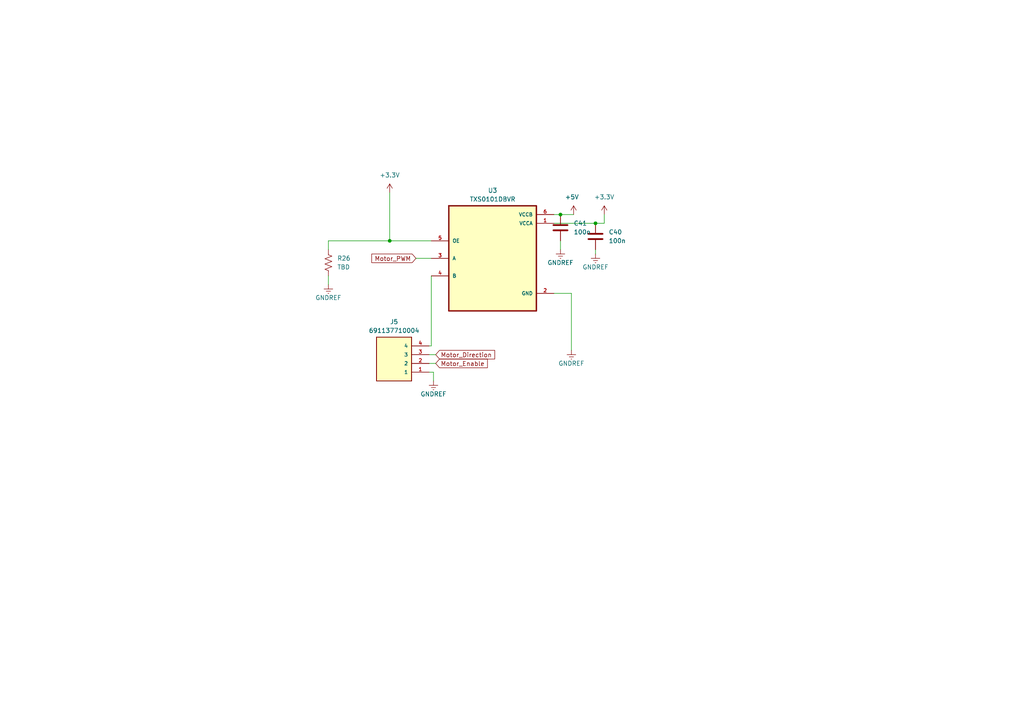
<source format=kicad_sch>
(kicad_sch (version 20230121) (generator eeschema)
  (paper "A4")
  (lib_symbols
    (symbol "Device:C" (pin_numbers hide) (pin_names (offset 0.254))
      (property "Reference" "C" (at 0.635 2.54 0))
      (property "Value" "C" (at 0.635 -2.54 0))
      (symbol "C_0_1"
        (polyline (pts (xy -2.032 -0.762) (xy 2.032 -0.762)) (stroke (width 0.508)))
        (polyline (pts (xy -2.032 0.762) (xy 2.032 0.762)) (stroke (width 0.508)))
      )
      (symbol "C_1_1"
        (pin passive line (at 0 3.81 270) (length 2.794) (name "~") (number "1"))
        (pin passive line (at 0 -3.81 90) (length 2.794) (name "~") (number "2"))
      )
    )
    (symbol "Device:R_US" (pin_numbers hide) (pin_names (offset 0))
      (property "Reference" "R" (at 2.54 0 90))
      (property "Value" "R_US" (at -2.54 0 90))
      (symbol "R_US_0_1"
        (polyline (pts (xy 0 -2.286) (xy 0 -2.54)))
        (polyline (pts (xy 0 2.286) (xy 0 2.54)))
        (polyline (pts (xy 0 -0.762) (xy 1.016 -1.143) (xy 0 -1.524) (xy -1.016 -1.905) (xy 0 -2.286)))
        (polyline (pts (xy 0 0.762) (xy 1.016 0.381) (xy 0 0) (xy -1.016 -0.381) (xy 0 -0.762)))
        (polyline (pts (xy 0 2.286) (xy 1.016 1.905) (xy 0 1.524) (xy -1.016 1.143) (xy 0 0.762)))
      )
      (symbol "R_US_1_1"
        (pin passive line (at 0 3.81 270) (length 1.27) (name "~") (number "1"))
        (pin passive line (at 0 -3.81 90) (length 1.27) (name "~") (number "2"))
      )
    )
    (symbol "LevelShifter_Motor:TXS0101DBVR" (pin_names (offset 1.016))
      (property "Reference" "U" (at -12.7 16.24 0))
      (property "Value" "TXS0101DBVR" (at -12.7 -19.24 0))
      (symbol "TXS0101DBVR_0_0"
        (rectangle (start -12.7 -15.24) (end 12.7 15.24) (stroke (width 0.41)) (fill (type background)))
        (pin power_in line (at 17.78 10.16 180) (length 5.08) (name "VCCA") (number "1"))
        (pin power_in line (at 17.78 -10.16 180) (length 5.08) (name "GND") (number "2"))
        (pin bidirectional line (at -17.78 0 0) (length 5.08) (name "A") (number "3"))
        (pin bidirectional line (at -17.78 -5.08 0) (length 5.08) (name "B") (number "4"))
        (pin input line (at -17.78 5.08 0) (length 5.08) (name "OE") (number "5"))
        (pin power_in line (at 17.78 12.7 180) (length 5.08) (name "VCCB") (number "6"))
      )
    )
    (symbol "PWR_4POS:691137710004" (pin_names (offset 1.016))
      (property "Reference" "J" (at -5.08 5.842 0))
      (property "Value" "691137710004" (at -5.08 -10.16 0))
      (symbol "691137710004_0_0"
        (rectangle (start -5.08 -7.62) (end 5.08 5.08) (stroke (width 0.254)) (fill (type background)))
        (pin passive line (at -10.16 2.54 0) (length 5.08) (name "1") (number "1"))
        (pin passive line (at -10.16 0 0) (length 5.08) (name "2") (number "2"))
        (pin passive line (at -10.16 -2.54 0) (length 5.08) (name "3") (number "3"))
        (pin passive line (at -10.16 -5.08 0) (length 5.08) (name "4") (number "4"))
      )
    )
    (symbol "power:+3.3V" (power) (pin_names (offset 0))
      (property "Value" "+3.3V" (at 0 3.556 0))
      (symbol "+3.3V_0_1"
        (polyline (pts (xy -0.762 1.27) (xy 0 2.54)))
        (polyline (pts (xy 0 0) (xy 0 2.54)))
        (polyline (pts (xy 0 2.54) (xy 0.762 1.27)))
      )
      (symbol "+3.3V_1_1"
        (pin power_in line (at 0 0 90) (length 0) hide (name "+3.3V") (number "1"))
      )
    )
    (symbol "power:+5V" (power) (pin_names (offset 0))
      (property "Value" "+5V" (at 0 3.556 0))
      (symbol "+5V_0_1"
        (polyline (pts (xy -0.762 1.27) (xy 0 2.54)))
        (polyline (pts (xy 0 0) (xy 0 2.54)))
        (polyline (pts (xy 0 2.54) (xy 0.762 1.27)))
      )
      (symbol "+5V_1_1"
        (pin power_in line (at 0 0 90) (length 0) hide (name "+5V") (number "1"))
      )
    )
    (symbol "power:GNDREF" (power) (pin_names (offset 0))
      (property "Value" "GNDREF" (at 0 -3.81 0))
      (symbol "GNDREF_0_1"
        (polyline (pts (xy -0.635 -1.905) (xy 0.635 -1.905)))
        (polyline (pts (xy -0.127 -2.54) (xy 0.127 -2.54)))
        (polyline (pts (xy 0 -1.27) (xy 0 0)))
        (polyline (pts (xy 1.27 -1.27) (xy -1.27 -1.27)))
      )
      (symbol "GNDREF_1_1"
        (pin power_in line (at 0 0 270) (length 0) hide (name "GNDREF") (number "1"))
      )
    )
  )
  (junction (at 113.03 69.85))
  (junction (at 162.56 62.23))
  (junction (at 172.72 64.77))
  (wire (pts (xy 175.26 62.23) (xy 175.26 64.77)))
  (wire (pts (xy 113.03 55.88) (xy 113.03 69.85)))
  (wire (pts (xy 162.56 69.85) (xy 162.56 72.39)))
  (wire (pts (xy 124.46 107.95) (xy 125.73 107.95)))
  (wire (pts (xy 95.25 69.85) (xy 113.03 69.85)))
  (wire (pts (xy 120.65 74.93) (xy 125.095 74.93)))
  (wire (pts (xy 160.655 85.09) (xy 165.735 85.09)))
  (wire (pts (xy 125.095 80.01) (xy 125.095 100.33)))
  (wire (pts (xy 124.46 102.87) (xy 126.365 102.87)))
  (wire (pts (xy 95.25 72.39) (xy 95.25 69.85)))
  (wire (pts (xy 162.56 62.23) (xy 166.37 62.23)))
  (wire (pts (xy 165.735 85.09) (xy 165.735 101.6)))
  (wire (pts (xy 172.72 72.39) (xy 172.72 73.66)))
  (wire (pts (xy 125.095 100.33) (xy 124.46 100.33)))
  (wire (pts (xy 160.655 62.23) (xy 162.56 62.23)))
  (wire (pts (xy 172.72 64.77) (xy 160.655 64.77)))
  (wire (pts (xy 113.03 69.85) (xy 125.095 69.85)))
  (wire (pts (xy 95.25 80.01) (xy 95.25 82.55)))
  (wire (pts (xy 175.26 64.77) (xy 172.72 64.77)))
  (wire (pts (xy 124.46 105.41) (xy 126.365 105.41)))
  (wire (pts (xy 125.73 107.95) (xy 125.73 110.49)))
  (global_label "Motor_Direction" (shape input) (at 126.365 102.87 0) (property "Intersheetrefs" "${INTERSHEET_REFS}" (effects hide)))
  (global_label "Motor_PWM" (shape input) (at 120.65 74.93 180) (property "Intersheetrefs" "${INTERSHEET_REFS}" (effects hide)))
  (global_label "Motor_Enable" (shape input) (at 126.365 105.41 0) (property "Intersheetrefs" "${INTERSHEET_REFS}" (effects hide)))
  (symbol (lib_id "Device:C") (at 162.56 66.04 0) (unit 1)
    (property "Reference" "C41" (at 166.37 64.77 0) (effects (justify left)))
    (property "Value" "100n" (at 166.37 67.31 0) (effects (justify left)))
    (property "Footprint" "footprints:WCAP-CSGP_885012206026" (effects hide))
  )
  (symbol (lib_id "power:GNDREF") (at 125.73 110.49 0) (unit 1)
    (property "Reference" "#PWR075" (effects hide))
    (property "Value" "GNDREF" (at 125.73 114.3 0))
  )
  (symbol (lib_id "power:GNDREF") (at 95.25 82.55 0) (unit 1)
    (property "Reference" "#PWR076" (effects hide))
    (property "Value" "GNDREF" (at 95.25 86.36 0))
  )
  (symbol (lib_id "power:GNDREF") (at 172.72 73.66 0) (unit 1)
    (property "Reference" "#PWR077" (effects hide))
    (property "Value" "GNDREF" (at 172.72 77.47 0))
  )
  (symbol (lib_id "power:GNDREF") (at 165.735 101.6 0) (unit 1)
    (property "Reference" "#PWR074" (effects hide))
    (property "Value" "GNDREF" (at 165.735 105.41 0))
  )
  (symbol (lib_id "power:+5V") (at 166.37 62.23 0) (unit 1)
    (property "Reference" "#PWR061" (effects hide))
    (property "Value" "+5V" (at 163.83 57.15 0) (effects (justify left)))
  )
  (symbol (lib_id "power:GNDREF") (at 162.56 72.39 0) (unit 1)
    (property "Reference" "#PWR078" (effects hide))
    (property "Value" "GNDREF" (at 162.56 76.2 0))
  )
  (symbol (lib_id "Device:R_US") (at 95.25 76.2 0) (unit 1)
    (property "Reference" "R26" (at 97.79 74.93 0) (effects (justify left)))
    (property "Value" "TBD" (at 97.79 77.47 0) (effects (justify left)))
    (property "Footprint" "footprints:RESC2012X60N" (effects hide))
  )
  (symbol (lib_id "LevelShifter_Motor:TXS0101DBVR") (at 142.875 74.93 0) (unit 1)
    (property "Reference" "U3" (at 142.875 55.245 0))
    (property "Value" "TXS0101DBVR" (at 142.875 57.785 0))
    (property "Footprint" "footprints:LevelShifter_Motor" (effects hide))
  )
  (symbol (lib_id "PWR_4POS:691137710004") (at 114.3 105.41 180) (unit 1)
    (property "Reference" "J5" (at 114.3 93.345 0))
    (property "Value" "691137710004" (at 114.3 95.885 0))
    (property "Footprint" "footprints:PWR_4POS" (effects hide))
    (property "MF" "Wurth Electronics" (effects hide))
    (property "MAXIMUM_PACKAGE_HEIGHT" "11.6mm" (effects hide))
    (property "Package" "None" (effects hide))
    (property "Price" "None" (effects hide))
    (property "Check_prices" "https://www.snapeda.com/parts/691137710004/Wurth+Electronics+Inc./view-part/?ref=eda" (effects hide))
    (property "STANDARD" "Manufacturer Recommendations" (effects hide))
    (property "PARTREV" "001" (effects hide))
    (property "SnapEDA_Link" "https://www.snapeda.com/parts/691137710004/Wurth+Electronics+Inc./view-part/?ref=snap" (effects hide))
    (property "MP" "691137710004" (effects hide))
    (property "Purchase-URL" "https://www.snapeda.com/api/url_track_click_mouser/?unipart_id=2900223&manufacturer=Wurth Electronics&part_name=691137710004&search_term=691137710004" (effects hide))
    (property "Description" "\n4 Position Wire to Board Terminal Block Horizontal with Board 0.197 (5.00mm) Through Hole\n" (effects hide))
    (property "Availability" "In Stock" (effects hide))
    (property "MANUFACTURER" "WURTH ELEKTRONIK" (effects hide))
  )
  (symbol (lib_id "power:+3.3V") (at 113.03 55.88 0) (unit 1)
    (property "Reference" "#PWR067" (effects hide))
    (property "Value" "+3.3V" (at 113.03 50.8 0))
  )
  (symbol (lib_id "Device:C") (at 172.72 68.58 0) (unit 1)
    (property "Reference" "C40" (at 176.53 67.31 0) (effects (justify left)))
    (property "Value" "100n" (at 176.53 69.85 0) (effects (justify left)))
    (property "Footprint" "footprints:WCAP-CSGP_885012206026" (effects hide))
  )
  (symbol (lib_id "power:+3.3V") (at 175.26 62.23 0) (unit 1)
    (property "Reference" "#PWR062" (effects hide))
    (property "Value" "+3.3V" (at 175.26 57.15 0))
  )
)
</source>
